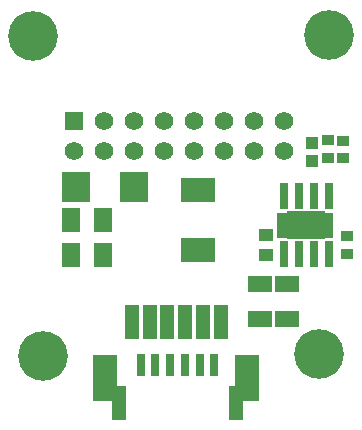
<source format=gts>
G04*
G04 #@! TF.GenerationSoftware,Altium Limited,Altium Designer,21.6.1 (37)*
G04*
G04 Layer_Color=8388736*
%FSLAX44Y44*%
%MOMM*%
G71*
G04*
G04 #@! TF.SameCoordinates,1B4F0172-D593-43EF-8BA9-2CE0EC5DC862*
G04*
G04*
G04 #@! TF.FilePolarity,Negative*
G04*
G01*
G75*
%ADD27R,2.9940X2.1050*%
%ADD28R,0.8000X1.9000*%
%ADD29R,1.2000X2.9000*%
%ADD30R,2.0000X4.0000*%
%ADD31R,0.8000X2.1700*%
%ADD32R,3.2000X2.3300*%
%ADD33R,1.2000X1.0000*%
%ADD34R,2.0200X1.3500*%
%ADD35R,1.5800X2.0200*%
%ADD36R,1.1300X1.0900*%
%ADD37R,2.4000X2.5000*%
%ADD38R,1.1000X0.9000*%
%ADD39C,1.5700*%
%ADD40R,1.5700X1.5700*%
%ADD41C,0.6000*%
%ADD42C,4.2000*%
G36*
X374550Y225500D02*
Y246500D01*
X422000D01*
Y225500D01*
X374550D01*
D02*
G37*
D27*
X307500Y215350D02*
D03*
Y266150D02*
D03*
D28*
X258750Y117750D02*
D03*
X271250D02*
D03*
X283750D02*
D03*
X296250D02*
D03*
X308750D02*
D03*
X321250D02*
D03*
D29*
X339750Y85750D02*
D03*
X240250D02*
D03*
X251500Y154000D02*
D03*
X266500D02*
D03*
X281500D02*
D03*
X296500D02*
D03*
X311500D02*
D03*
X326500D02*
D03*
D30*
X229000Y107000D02*
D03*
X349000D02*
D03*
D31*
X379950Y211250D02*
D03*
X392650D02*
D03*
X405350D02*
D03*
X418050D02*
D03*
Y260750D02*
D03*
X405350D02*
D03*
X392650D02*
D03*
X379950D02*
D03*
D32*
X399000Y236000D02*
D03*
D33*
X365000Y227500D02*
D03*
Y210500D02*
D03*
D34*
X383000Y185850D02*
D03*
Y156150D02*
D03*
X360000Y185850D02*
D03*
Y156150D02*
D03*
D35*
X199620Y211000D02*
D03*
X227000D02*
D03*
X199810Y240000D02*
D03*
X227190D02*
D03*
D36*
X403750Y305700D02*
D03*
Y290300D02*
D03*
D37*
X204250Y268000D02*
D03*
X253250D02*
D03*
D38*
X430500Y292500D02*
D03*
Y307500D02*
D03*
X433500Y227000D02*
D03*
Y212000D02*
D03*
X417750Y307750D02*
D03*
Y292750D02*
D03*
D39*
X380200Y298600D02*
D03*
Y324000D02*
D03*
X354800Y298600D02*
D03*
Y324000D02*
D03*
X329400Y298600D02*
D03*
Y324000D02*
D03*
X304000Y298600D02*
D03*
Y324000D02*
D03*
X278600Y298600D02*
D03*
Y324000D02*
D03*
X253200Y298600D02*
D03*
Y324000D02*
D03*
X227800Y298600D02*
D03*
Y324000D02*
D03*
X202400Y298600D02*
D03*
D40*
Y324000D02*
D03*
D41*
X399000Y243500D02*
D03*
Y228500D02*
D03*
X384000D02*
D03*
Y243500D02*
D03*
X414000D02*
D03*
Y228500D02*
D03*
D42*
X418000Y397000D02*
D03*
X410000Y127000D02*
D03*
X176000Y125000D02*
D03*
X168000Y396000D02*
D03*
M02*

</source>
